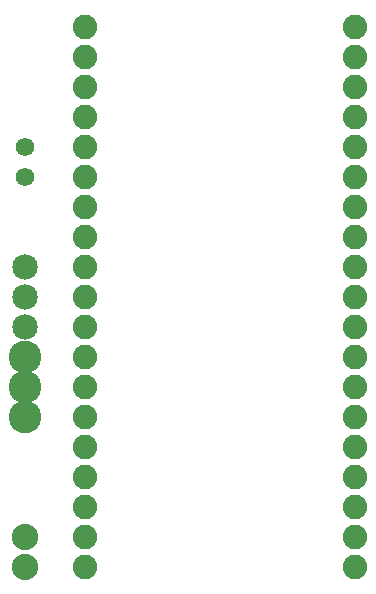
<source format=gbs>
G04 MADE WITH FRITZING*
G04 WWW.FRITZING.ORG*
G04 DOUBLE SIDED*
G04 HOLES PLATED*
G04 CONTOUR ON CENTER OF CONTOUR VECTOR*
%ASAXBY*%
%FSLAX23Y23*%
%MOIN*%
%OFA0B0*%
%SFA1.0B1.0*%
%ADD10C,0.081858*%
%ADD11C,0.061496*%
%ADD12C,0.085000*%
%ADD13C,0.109055*%
%ADD14C,0.088000*%
%LNMASK0*%
G90*
G70*
G54D10*
X385Y1878D03*
X385Y1777D03*
X385Y1678D03*
X385Y1577D03*
X385Y1478D03*
X385Y1378D03*
X385Y1277D03*
X385Y1178D03*
X385Y1077D03*
X385Y978D03*
X385Y878D03*
X385Y777D03*
X385Y678D03*
X385Y577D03*
X385Y478D03*
X385Y378D03*
X385Y278D03*
X385Y178D03*
X385Y77D03*
X1285Y77D03*
X1285Y178D03*
X1285Y278D03*
X1285Y378D03*
X1285Y478D03*
X1285Y577D03*
X1285Y678D03*
X1285Y777D03*
X1285Y878D03*
X1285Y978D03*
X1285Y1077D03*
X1285Y1178D03*
X1285Y1277D03*
X1285Y1378D03*
X1285Y1478D03*
X1285Y1577D03*
X1285Y1678D03*
X1285Y1777D03*
X1285Y1878D03*
G54D11*
X185Y1478D03*
X185Y1378D03*
G54D12*
X185Y1078D03*
X185Y978D03*
X185Y878D03*
G54D13*
X185Y778D03*
X185Y678D03*
X185Y578D03*
G54D14*
X185Y178D03*
X185Y78D03*
G04 End of Mask0*
M02*
</source>
